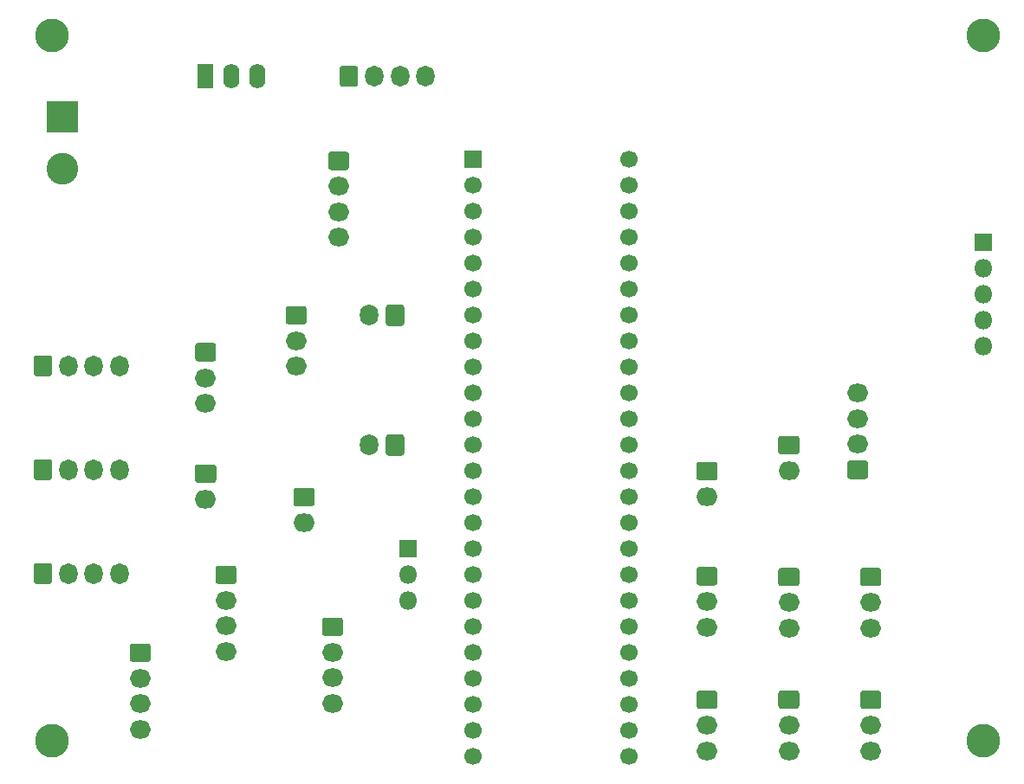
<source format=gbr>
%TF.GenerationSoftware,KiCad,Pcbnew,5.1.6+dfsg1-1*%
%TF.CreationDate,2021-03-04T16:54:05+01:00*%
%TF.ProjectId,pcb_robot_2021A,7063625f-726f-4626-9f74-5f3230323141,2.0*%
%TF.SameCoordinates,Original*%
%TF.FileFunction,Soldermask,Bot*%
%TF.FilePolarity,Negative*%
%FSLAX46Y46*%
G04 Gerber Fmt 4.6, Leading zero omitted, Abs format (unit mm)*
G04 Created by KiCad (PCBNEW 5.1.6+dfsg1-1) date 2021-03-04 16:54:05*
%MOMM*%
%LPD*%
G01*
G04 APERTURE LIST*
%ADD10C,3.300000*%
%ADD11O,2.050000X1.800000*%
%ADD12C,3.100000*%
%ADD13R,3.100000X3.100000*%
%ADD14O,1.800000X1.800000*%
%ADD15R,1.800000X1.800000*%
%ADD16C,1.700000*%
%ADD17R,1.700000X1.700000*%
%ADD18O,1.600000X2.400000*%
%ADD19R,1.600000X2.400000*%
%ADD20O,2.100000X1.800000*%
%ADD21O,1.800000X2.050000*%
%ADD22O,1.800000X2.100000*%
G04 APERTURE END LIST*
D10*
%TO.C,REF\u002A\u002A*%
X201000000Y-45000000D03*
%TD*%
D11*
%TO.C,J10*%
X188722000Y-80003000D03*
X188722000Y-82503000D03*
X188722000Y-85003000D03*
G36*
G01*
X189482294Y-88403000D02*
X187961706Y-88403000D01*
G75*
G02*
X187697000Y-88138294I0J264706D01*
G01*
X187697000Y-86867706D01*
G75*
G02*
X187961706Y-86603000I264706J0D01*
G01*
X189482294Y-86603000D01*
G75*
G02*
X189747000Y-86867706I0J-264706D01*
G01*
X189747000Y-88138294D01*
G75*
G02*
X189482294Y-88403000I-264706J0D01*
G01*
G37*
%TD*%
%TO.C,J4*%
X174000000Y-115000000D03*
X174000000Y-112500000D03*
G36*
G01*
X173239706Y-109100000D02*
X174760294Y-109100000D01*
G75*
G02*
X175025000Y-109364706I0J-264706D01*
G01*
X175025000Y-110635294D01*
G75*
G02*
X174760294Y-110900000I-264706J0D01*
G01*
X173239706Y-110900000D01*
G75*
G02*
X172975000Y-110635294I0J264706D01*
G01*
X172975000Y-109364706D01*
G75*
G02*
X173239706Y-109100000I264706J0D01*
G01*
G37*
%TD*%
D10*
%TO.C,REF\u002A\u002A*%
X110000000Y-114000000D03*
%TD*%
%TO.C,REF\u002A\u002A*%
X110000000Y-45000000D03*
%TD*%
%TO.C,REF\u002A\u002A*%
X201000000Y-114000000D03*
%TD*%
D11*
%TO.C,J15*%
X118618000Y-112910000D03*
X118618000Y-110410000D03*
X118618000Y-107910000D03*
G36*
G01*
X117857706Y-104510000D02*
X119378294Y-104510000D01*
G75*
G02*
X119643000Y-104774706I0J-264706D01*
G01*
X119643000Y-106045294D01*
G75*
G02*
X119378294Y-106310000I-264706J0D01*
G01*
X117857706Y-106310000D01*
G75*
G02*
X117593000Y-106045294I0J264706D01*
G01*
X117593000Y-104774706D01*
G75*
G02*
X117857706Y-104510000I264706J0D01*
G01*
G37*
%TD*%
%TO.C,J16*%
X138000000Y-64777000D03*
X138000000Y-62277000D03*
X138000000Y-59777000D03*
G36*
G01*
X137239706Y-56377000D02*
X138760294Y-56377000D01*
G75*
G02*
X139025000Y-56641706I0J-264706D01*
G01*
X139025000Y-57912294D01*
G75*
G02*
X138760294Y-58177000I-264706J0D01*
G01*
X137239706Y-58177000D01*
G75*
G02*
X136975000Y-57912294I0J264706D01*
G01*
X136975000Y-56641706D01*
G75*
G02*
X137239706Y-56377000I264706J0D01*
G01*
G37*
%TD*%
%TO.C,J9*%
X125000000Y-81000000D03*
X125000000Y-78500000D03*
G36*
G01*
X124239706Y-75100000D02*
X125760294Y-75100000D01*
G75*
G02*
X126025000Y-75364706I0J-264706D01*
G01*
X126025000Y-76635294D01*
G75*
G02*
X125760294Y-76900000I-264706J0D01*
G01*
X124239706Y-76900000D01*
G75*
G02*
X123975000Y-76635294I0J264706D01*
G01*
X123975000Y-75364706D01*
G75*
G02*
X124239706Y-75100000I264706J0D01*
G01*
G37*
%TD*%
%TO.C,J8*%
X133858000Y-77390000D03*
X133858000Y-74890000D03*
G36*
G01*
X133097706Y-71490000D02*
X134618294Y-71490000D01*
G75*
G02*
X134883000Y-71754706I0J-264706D01*
G01*
X134883000Y-73025294D01*
G75*
G02*
X134618294Y-73290000I-264706J0D01*
G01*
X133097706Y-73290000D01*
G75*
G02*
X132833000Y-73025294I0J264706D01*
G01*
X132833000Y-71754706D01*
G75*
G02*
X133097706Y-71490000I264706J0D01*
G01*
G37*
%TD*%
D12*
%TO.C,J12*%
X111000000Y-58080000D03*
D13*
X111000000Y-53000000D03*
%TD*%
D11*
%TO.C,J7*%
X174000000Y-102917000D03*
X174000000Y-100417000D03*
G36*
G01*
X173239706Y-97017000D02*
X174760294Y-97017000D01*
G75*
G02*
X175025000Y-97281706I0J-264706D01*
G01*
X175025000Y-98552294D01*
G75*
G02*
X174760294Y-98817000I-264706J0D01*
G01*
X173239706Y-98817000D01*
G75*
G02*
X172975000Y-98552294I0J264706D01*
G01*
X172975000Y-97281706D01*
G75*
G02*
X173239706Y-97017000I264706J0D01*
G01*
G37*
%TD*%
D14*
%TO.C,J20*%
X200978000Y-75438000D03*
X200978000Y-72898000D03*
X200978000Y-70358000D03*
X200978000Y-67818000D03*
D15*
X200978000Y-65278000D03*
%TD*%
D16*
%TO.C,U2*%
X166370000Y-57150000D03*
X166370000Y-59690000D03*
X166370000Y-62230000D03*
X166370000Y-64770000D03*
X166370000Y-67310000D03*
X166370000Y-69850000D03*
X166370000Y-72390000D03*
X166370000Y-74930000D03*
X166370000Y-77470000D03*
X166370000Y-80010000D03*
X166370000Y-82550000D03*
X166370000Y-85090000D03*
X166370000Y-87630000D03*
X166370000Y-90170000D03*
X166370000Y-92710000D03*
X166370000Y-95250000D03*
D17*
X151130000Y-57150000D03*
D16*
X151130000Y-59690000D03*
X151130000Y-62230000D03*
X151130000Y-64770000D03*
X151130000Y-67310000D03*
X151130000Y-69850000D03*
X151130000Y-72390000D03*
X151130000Y-74930000D03*
X151130000Y-77470000D03*
X151130000Y-80010000D03*
X151130000Y-82550000D03*
X151130000Y-85090000D03*
X151130000Y-87630000D03*
X166370000Y-97790000D03*
X166370000Y-100330000D03*
X166370000Y-102870000D03*
X166370000Y-105410000D03*
X166370000Y-107950000D03*
X166370000Y-110490000D03*
X166370000Y-113030000D03*
X166370000Y-115570000D03*
X151130000Y-115570000D03*
X151130000Y-113030000D03*
X151130000Y-110490000D03*
X151130000Y-107950000D03*
X151130000Y-90170000D03*
X151130000Y-92710000D03*
X151130000Y-95250000D03*
X151130000Y-105410000D03*
X151130000Y-102870000D03*
X151130000Y-100330000D03*
X151130000Y-97790000D03*
%TD*%
D18*
%TO.C,U1*%
X130080000Y-49000000D03*
X127540000Y-49000000D03*
D19*
X125000000Y-49000000D03*
%TD*%
%TO.C,J26*%
G36*
G01*
X181214706Y-84190000D02*
X182785294Y-84190000D01*
G75*
G02*
X183050000Y-84454706I0J-264706D01*
G01*
X183050000Y-85725294D01*
G75*
G02*
X182785294Y-85990000I-264706J0D01*
G01*
X181214706Y-85990000D01*
G75*
G02*
X180950000Y-85725294I0J264706D01*
G01*
X180950000Y-84454706D01*
G75*
G02*
X181214706Y-84190000I264706J0D01*
G01*
G37*
D20*
X182000000Y-87590000D03*
%TD*%
%TO.C,J25*%
X174000000Y-90130000D03*
G36*
G01*
X173214706Y-86730000D02*
X174785294Y-86730000D01*
G75*
G02*
X175050000Y-86994706I0J-264706D01*
G01*
X175050000Y-88265294D01*
G75*
G02*
X174785294Y-88530000I-264706J0D01*
G01*
X173214706Y-88530000D01*
G75*
G02*
X172950000Y-88265294I0J264706D01*
G01*
X172950000Y-86994706D01*
G75*
G02*
X173214706Y-86730000I264706J0D01*
G01*
G37*
%TD*%
%TO.C,J24*%
X134620000Y-92670000D03*
G36*
G01*
X133834706Y-89270000D02*
X135405294Y-89270000D01*
G75*
G02*
X135670000Y-89534706I0J-264706D01*
G01*
X135670000Y-90805294D01*
G75*
G02*
X135405294Y-91070000I-264706J0D01*
G01*
X133834706Y-91070000D01*
G75*
G02*
X133570000Y-90805294I0J264706D01*
G01*
X133570000Y-89534706D01*
G75*
G02*
X133834706Y-89270000I264706J0D01*
G01*
G37*
%TD*%
%TO.C,J23*%
X125000000Y-90384000D03*
G36*
G01*
X124214706Y-86984000D02*
X125785294Y-86984000D01*
G75*
G02*
X126050000Y-87248706I0J-264706D01*
G01*
X126050000Y-88519294D01*
G75*
G02*
X125785294Y-88784000I-264706J0D01*
G01*
X124214706Y-88784000D01*
G75*
G02*
X123950000Y-88519294I0J264706D01*
G01*
X123950000Y-87248706D01*
G75*
G02*
X124214706Y-86984000I264706J0D01*
G01*
G37*
%TD*%
D21*
%TO.C,J22*%
X146500000Y-49000000D03*
X144000000Y-49000000D03*
X141500000Y-49000000D03*
G36*
G01*
X138100000Y-49760294D02*
X138100000Y-48239706D01*
G75*
G02*
X138364706Y-47975000I264706J0D01*
G01*
X139635294Y-47975000D01*
G75*
G02*
X139900000Y-48239706I0J-264706D01*
G01*
X139900000Y-49760294D01*
G75*
G02*
X139635294Y-50025000I-264706J0D01*
G01*
X138364706Y-50025000D01*
G75*
G02*
X138100000Y-49760294I0J264706D01*
G01*
G37*
%TD*%
D14*
%TO.C,J21*%
X144780000Y-100330000D03*
X144780000Y-97790000D03*
D15*
X144780000Y-95250000D03*
%TD*%
D21*
%TO.C,J19*%
X116592000Y-97648000D03*
X114092000Y-97648000D03*
X111592000Y-97648000D03*
G36*
G01*
X108192000Y-98408294D02*
X108192000Y-96887706D01*
G75*
G02*
X108456706Y-96623000I264706J0D01*
G01*
X109727294Y-96623000D01*
G75*
G02*
X109992000Y-96887706I0J-264706D01*
G01*
X109992000Y-98408294D01*
G75*
G02*
X109727294Y-98673000I-264706J0D01*
G01*
X108456706Y-98673000D01*
G75*
G02*
X108192000Y-98408294I0J264706D01*
G01*
G37*
%TD*%
%TO.C,J18*%
X116592000Y-87488000D03*
X114092000Y-87488000D03*
X111592000Y-87488000D03*
G36*
G01*
X108192000Y-88248294D02*
X108192000Y-86727706D01*
G75*
G02*
X108456706Y-86463000I264706J0D01*
G01*
X109727294Y-86463000D01*
G75*
G02*
X109992000Y-86727706I0J-264706D01*
G01*
X109992000Y-88248294D01*
G75*
G02*
X109727294Y-88513000I-264706J0D01*
G01*
X108456706Y-88513000D01*
G75*
G02*
X108192000Y-88248294I0J264706D01*
G01*
G37*
%TD*%
%TO.C,J17*%
X116592000Y-77328000D03*
X114092000Y-77328000D03*
X111592000Y-77328000D03*
G36*
G01*
X108192000Y-78088294D02*
X108192000Y-76567706D01*
G75*
G02*
X108456706Y-76303000I264706J0D01*
G01*
X109727294Y-76303000D01*
G75*
G02*
X109992000Y-76567706I0J-264706D01*
G01*
X109992000Y-78088294D01*
G75*
G02*
X109727294Y-78353000I-264706J0D01*
G01*
X108456706Y-78353000D01*
G75*
G02*
X108192000Y-78088294I0J264706D01*
G01*
G37*
%TD*%
D22*
%TO.C,J14*%
X141010000Y-72390000D03*
G36*
G01*
X144410000Y-71604706D02*
X144410000Y-73175294D01*
G75*
G02*
X144145294Y-73440000I-264706J0D01*
G01*
X142874706Y-73440000D01*
G75*
G02*
X142610000Y-73175294I0J264706D01*
G01*
X142610000Y-71604706D01*
G75*
G02*
X142874706Y-71340000I264706J0D01*
G01*
X144145294Y-71340000D01*
G75*
G02*
X144410000Y-71604706I0J-264706D01*
G01*
G37*
%TD*%
%TO.C,J13*%
X141010000Y-85090000D03*
G36*
G01*
X144410000Y-84304706D02*
X144410000Y-85875294D01*
G75*
G02*
X144145294Y-86140000I-264706J0D01*
G01*
X142874706Y-86140000D01*
G75*
G02*
X142610000Y-85875294I0J264706D01*
G01*
X142610000Y-84304706D01*
G75*
G02*
X142874706Y-84040000I264706J0D01*
G01*
X144145294Y-84040000D01*
G75*
G02*
X144410000Y-84304706I0J-264706D01*
G01*
G37*
%TD*%
D11*
%TO.C,J11*%
X137414000Y-110370000D03*
X137414000Y-107870000D03*
X137414000Y-105370000D03*
G36*
G01*
X136653706Y-101970000D02*
X138174294Y-101970000D01*
G75*
G02*
X138439000Y-102234706I0J-264706D01*
G01*
X138439000Y-103505294D01*
G75*
G02*
X138174294Y-103770000I-264706J0D01*
G01*
X136653706Y-103770000D01*
G75*
G02*
X136389000Y-103505294I0J264706D01*
G01*
X136389000Y-102234706D01*
G75*
G02*
X136653706Y-101970000I264706J0D01*
G01*
G37*
%TD*%
%TO.C,J6*%
X182000000Y-103000000D03*
X182000000Y-100500000D03*
G36*
G01*
X181239706Y-97100000D02*
X182760294Y-97100000D01*
G75*
G02*
X183025000Y-97364706I0J-264706D01*
G01*
X183025000Y-98635294D01*
G75*
G02*
X182760294Y-98900000I-264706J0D01*
G01*
X181239706Y-98900000D01*
G75*
G02*
X180975000Y-98635294I0J264706D01*
G01*
X180975000Y-97364706D01*
G75*
G02*
X181239706Y-97100000I264706J0D01*
G01*
G37*
%TD*%
%TO.C,J5*%
X190000000Y-103000000D03*
X190000000Y-100500000D03*
G36*
G01*
X189239706Y-97100000D02*
X190760294Y-97100000D01*
G75*
G02*
X191025000Y-97364706I0J-264706D01*
G01*
X191025000Y-98635294D01*
G75*
G02*
X190760294Y-98900000I-264706J0D01*
G01*
X189239706Y-98900000D01*
G75*
G02*
X188975000Y-98635294I0J264706D01*
G01*
X188975000Y-97364706D01*
G75*
G02*
X189239706Y-97100000I264706J0D01*
G01*
G37*
%TD*%
%TO.C,J3*%
X182000000Y-115000000D03*
X182000000Y-112500000D03*
G36*
G01*
X181239706Y-109100000D02*
X182760294Y-109100000D01*
G75*
G02*
X183025000Y-109364706I0J-264706D01*
G01*
X183025000Y-110635294D01*
G75*
G02*
X182760294Y-110900000I-264706J0D01*
G01*
X181239706Y-110900000D01*
G75*
G02*
X180975000Y-110635294I0J264706D01*
G01*
X180975000Y-109364706D01*
G75*
G02*
X181239706Y-109100000I264706J0D01*
G01*
G37*
%TD*%
%TO.C,J2*%
X190000000Y-115000000D03*
X190000000Y-112500000D03*
G36*
G01*
X189239706Y-109100000D02*
X190760294Y-109100000D01*
G75*
G02*
X191025000Y-109364706I0J-264706D01*
G01*
X191025000Y-110635294D01*
G75*
G02*
X190760294Y-110900000I-264706J0D01*
G01*
X189239706Y-110900000D01*
G75*
G02*
X188975000Y-110635294I0J264706D01*
G01*
X188975000Y-109364706D01*
G75*
G02*
X189239706Y-109100000I264706J0D01*
G01*
G37*
%TD*%
%TO.C,J1*%
X127000000Y-105290000D03*
X127000000Y-102790000D03*
X127000000Y-100290000D03*
G36*
G01*
X126239706Y-96890000D02*
X127760294Y-96890000D01*
G75*
G02*
X128025000Y-97154706I0J-264706D01*
G01*
X128025000Y-98425294D01*
G75*
G02*
X127760294Y-98690000I-264706J0D01*
G01*
X126239706Y-98690000D01*
G75*
G02*
X125975000Y-98425294I0J264706D01*
G01*
X125975000Y-97154706D01*
G75*
G02*
X126239706Y-96890000I264706J0D01*
G01*
G37*
%TD*%
M02*

</source>
